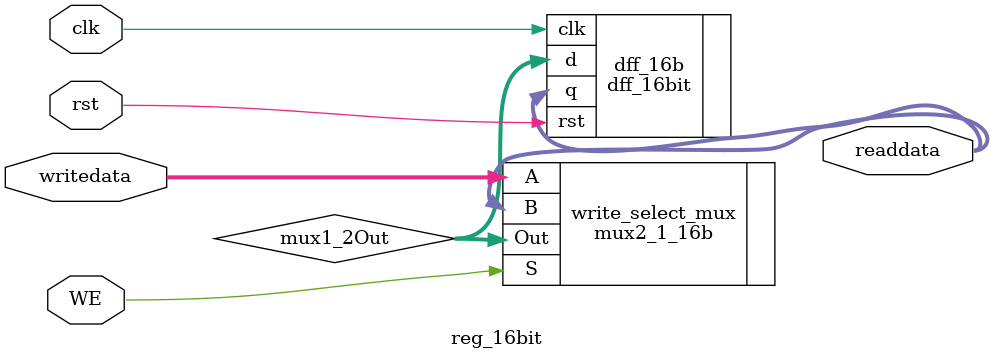
<source format=v>
module reg_16bit(writedata, clk, rst, WE, readdata);

input [15:0] writedata;
input clk, rst, WE;
output [15:0] readdata;

wire [15:0] mux1_2Out;


mux2_1_16b write_select_mux(.A(writedata), .B(readdata), .S(WE), .Out(mux1_2Out));
dff_16bit dff_16b(.q(readdata), .d(mux1_2Out), .clk(clk), .rst(rst));

endmodule
</source>
